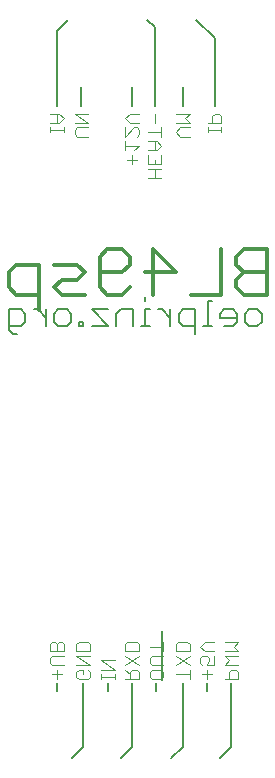
<source format=gbr>
G04 EAGLE Gerber RS-274X export*
G75*
%MOMM*%
%FSLAX34Y34*%
%LPD*%
%INSilkscreen Bottom*%
%IPPOS*%
%AMOC8*
5,1,8,0,0,1.08239X$1,22.5*%
G01*
%ADD10C,0.330200*%
%ADD11C,0.101600*%
%ADD12C,0.177800*%
%ADD13C,0.127000*%
%ADD14C,0.203200*%


D10*
X237945Y420751D02*
X237945Y459392D01*
X218624Y459392D01*
X212184Y452952D01*
X212184Y446512D01*
X218624Y440072D01*
X212184Y433631D01*
X212184Y427191D01*
X218624Y420751D01*
X237945Y420751D01*
X237945Y440072D02*
X218624Y440072D01*
X199354Y459392D02*
X199354Y420751D01*
X173594Y420751D01*
X141444Y420751D02*
X141444Y459392D01*
X160764Y440072D01*
X135004Y440072D01*
X122174Y427191D02*
X115734Y420751D01*
X102854Y420751D01*
X96413Y427191D01*
X96413Y452952D01*
X102854Y459392D01*
X115734Y459392D01*
X122174Y452952D01*
X122174Y446512D01*
X115734Y440072D01*
X96413Y440072D01*
X83584Y420751D02*
X64263Y420751D01*
X57823Y427191D01*
X64263Y433631D01*
X77144Y433631D01*
X83584Y440072D01*
X77144Y446512D01*
X57823Y446512D01*
X44994Y446512D02*
X44994Y407871D01*
X44994Y446512D02*
X25673Y446512D01*
X19233Y440072D01*
X19233Y427191D01*
X25673Y420751D01*
X44994Y420751D01*
D11*
X54483Y558868D02*
X54483Y562766D01*
X54483Y560817D02*
X66177Y560817D01*
X66177Y558868D02*
X66177Y562766D01*
X62279Y566664D02*
X54483Y566664D01*
X62279Y566664D02*
X66177Y570562D01*
X62279Y574460D01*
X54483Y574460D01*
X60330Y574460D02*
X60330Y566664D01*
X123830Y539378D02*
X123830Y531582D01*
X127728Y535480D02*
X119932Y535480D01*
X125779Y543276D02*
X129677Y547174D01*
X117983Y547174D01*
X117983Y543276D02*
X117983Y551072D01*
X117983Y554970D02*
X117983Y562766D01*
X117983Y554970D02*
X125779Y562766D01*
X127728Y562766D01*
X129677Y560817D01*
X129677Y556919D01*
X127728Y554970D01*
X129677Y566664D02*
X121881Y566664D01*
X117983Y570562D01*
X121881Y574460D01*
X129677Y574460D01*
X187833Y562766D02*
X187833Y558868D01*
X187833Y560817D02*
X199527Y560817D01*
X199527Y558868D02*
X199527Y562766D01*
X199527Y566664D02*
X187833Y566664D01*
X199527Y566664D02*
X199527Y572511D01*
X197578Y574460D01*
X193680Y574460D01*
X191731Y572511D01*
X191731Y566664D01*
X86814Y554970D02*
X77069Y554970D01*
X75121Y556919D01*
X75121Y560817D01*
X77069Y562766D01*
X86814Y562766D01*
X86814Y566664D02*
X75121Y566664D01*
X75121Y574460D02*
X86814Y566664D01*
X86814Y574460D02*
X75121Y574460D01*
X137033Y519888D02*
X148727Y519888D01*
X142880Y519888D02*
X142880Y527684D01*
X148727Y527684D02*
X137033Y527684D01*
X148727Y531582D02*
X148727Y539378D01*
X148727Y531582D02*
X137033Y531582D01*
X137033Y539378D01*
X142880Y535480D02*
X142880Y531582D01*
X144829Y543276D02*
X137033Y543276D01*
X144829Y543276D02*
X148727Y547174D01*
X144829Y551072D01*
X137033Y551072D01*
X142880Y551072D02*
X142880Y543276D01*
X137033Y558868D02*
X148727Y558868D01*
X148727Y554970D02*
X148727Y562766D01*
X142880Y566664D02*
X142880Y574460D01*
X164743Y554970D02*
X172539Y554970D01*
X164743Y554970D02*
X160846Y558868D01*
X164743Y562766D01*
X172539Y562766D01*
X172539Y566664D02*
X160846Y566664D01*
X168641Y570562D02*
X172539Y566664D01*
X168641Y570562D02*
X172539Y574460D01*
X160846Y574460D01*
D12*
X222894Y394589D02*
X229928Y394589D01*
X222894Y394589D02*
X219378Y398106D01*
X219378Y405139D01*
X222894Y408656D01*
X229928Y408656D01*
X233444Y405139D01*
X233444Y398106D01*
X229928Y394589D01*
X208878Y394589D02*
X201845Y394589D01*
X208878Y394589D02*
X212395Y398106D01*
X212395Y405139D01*
X208878Y408656D01*
X201845Y408656D01*
X198328Y405139D01*
X198328Y401622D01*
X212395Y401622D01*
X191346Y415689D02*
X187829Y415689D01*
X187829Y394589D01*
X184313Y394589D02*
X191346Y394589D01*
X177313Y387556D02*
X177313Y408656D01*
X166763Y408656D01*
X163246Y405139D01*
X163246Y398106D01*
X166763Y394589D01*
X177313Y394589D01*
X156264Y394589D02*
X156264Y408656D01*
X149231Y408656D02*
X156264Y401622D01*
X149231Y408656D02*
X145714Y408656D01*
X138723Y408656D02*
X135206Y408656D01*
X135206Y394589D01*
X131690Y394589D02*
X138723Y394589D01*
X135206Y415689D02*
X135206Y419206D01*
X124690Y408656D02*
X124690Y394589D01*
X124690Y408656D02*
X114140Y408656D01*
X110623Y405139D01*
X110623Y394589D01*
X103641Y408656D02*
X89574Y408656D01*
X103641Y394589D01*
X89574Y394589D01*
X82592Y394589D02*
X82592Y398106D01*
X79075Y398106D01*
X79075Y394589D01*
X82592Y394589D01*
X68551Y394589D02*
X61517Y394589D01*
X58001Y398106D01*
X58001Y405139D01*
X61517Y408656D01*
X68551Y408656D01*
X72067Y405139D01*
X72067Y398106D01*
X68551Y394589D01*
X51018Y394589D02*
X51018Y408656D01*
X43985Y408656D02*
X51018Y401622D01*
X43985Y408656D02*
X40468Y408656D01*
X26444Y387556D02*
X22927Y387556D01*
X19410Y391072D01*
X19410Y408656D01*
X29960Y408656D01*
X33477Y405139D01*
X33477Y398106D01*
X29960Y394589D01*
X19410Y394589D01*
D11*
X160846Y99656D02*
X172539Y99656D01*
X172539Y95758D02*
X172539Y103554D01*
X172539Y107452D02*
X160846Y115248D01*
X160846Y107452D02*
X172539Y115248D01*
X172539Y119146D02*
X160846Y119146D01*
X160846Y124993D01*
X162794Y126942D01*
X170590Y126942D01*
X172539Y124993D01*
X172539Y119146D01*
X129677Y95758D02*
X117983Y95758D01*
X129677Y95758D02*
X129677Y101605D01*
X127728Y103554D01*
X123830Y103554D01*
X121881Y101605D01*
X121881Y95758D01*
X121881Y99656D02*
X117983Y103554D01*
X117983Y115248D02*
X129677Y107452D01*
X129677Y115248D02*
X117983Y107452D01*
X117983Y119146D02*
X129677Y119146D01*
X117983Y119146D02*
X117983Y124993D01*
X119932Y126942D01*
X127728Y126942D01*
X129677Y124993D01*
X129677Y119146D01*
X88402Y101605D02*
X86453Y103554D01*
X88402Y101605D02*
X88402Y97707D01*
X86453Y95758D01*
X78657Y95758D01*
X76708Y97707D01*
X76708Y101605D01*
X78657Y103554D01*
X82555Y103554D01*
X82555Y99656D01*
X76708Y107452D02*
X88402Y107452D01*
X76708Y115248D01*
X88402Y115248D01*
X88402Y119146D02*
X76708Y119146D01*
X76708Y124993D01*
X78657Y126942D01*
X86453Y126942D01*
X88402Y124993D01*
X88402Y119146D01*
X150314Y101605D02*
X150314Y97707D01*
X148365Y95758D01*
X140569Y95758D01*
X138621Y97707D01*
X138621Y101605D01*
X140569Y103554D01*
X148365Y103554D01*
X150314Y101605D01*
X150314Y107452D02*
X140569Y107452D01*
X138621Y109401D01*
X138621Y113299D01*
X140569Y115248D01*
X150314Y115248D01*
X150314Y123044D02*
X138621Y123044D01*
X150314Y119146D02*
X150314Y126942D01*
X97346Y99656D02*
X97346Y95758D01*
X97346Y97707D02*
X109039Y97707D01*
X109039Y95758D02*
X109039Y99656D01*
X109039Y103554D02*
X97346Y103554D01*
X97346Y111350D02*
X109039Y103554D01*
X109039Y111350D02*
X97346Y111350D01*
X60330Y103554D02*
X60330Y95758D01*
X64228Y99656D02*
X56432Y99656D01*
X56432Y107452D02*
X66177Y107452D01*
X56432Y107452D02*
X54483Y109401D01*
X54483Y113299D01*
X56432Y115248D01*
X66177Y115248D01*
X66177Y119146D02*
X54483Y119146D01*
X66177Y119146D02*
X66177Y124993D01*
X64228Y126942D01*
X62279Y126942D01*
X60330Y124993D01*
X58381Y126942D01*
X56432Y126942D01*
X54483Y124993D01*
X54483Y119146D01*
X60330Y119146D02*
X60330Y124993D01*
D13*
X149225Y136525D02*
X149225Y95250D01*
D11*
X187330Y95758D02*
X187330Y103554D01*
X191228Y99656D02*
X183432Y99656D01*
X193177Y107452D02*
X193177Y115248D01*
X193177Y107452D02*
X187330Y107452D01*
X189279Y111350D01*
X189279Y113299D01*
X187330Y115248D01*
X183432Y115248D01*
X181483Y113299D01*
X181483Y109401D01*
X183432Y107452D01*
X185381Y119146D02*
X193177Y119146D01*
X185381Y119146D02*
X181483Y123044D01*
X185381Y126942D01*
X193177Y126942D01*
D14*
X82550Y92075D02*
X82550Y38100D01*
X73025Y28575D01*
X60325Y85725D02*
X60325Y92075D01*
X103188Y92075D02*
X103188Y85725D01*
X123825Y92075D02*
X123825Y38100D01*
X114300Y28575D01*
X144463Y85725D02*
X144463Y92075D01*
X166688Y92075D02*
X166688Y38100D01*
X157163Y28575D01*
X187325Y85725D02*
X187325Y92075D01*
X60325Y581025D02*
X60325Y644525D01*
X69850Y654050D01*
X123825Y596900D02*
X123825Y581025D01*
X142875Y581025D02*
X142875Y647700D01*
X136525Y654050D01*
X193675Y638175D02*
X193675Y581025D01*
X193675Y638175D02*
X177800Y654050D01*
X80963Y596900D02*
X80963Y581025D01*
X166688Y581025D02*
X166688Y596900D01*
D11*
X202121Y95758D02*
X213814Y95758D01*
X213814Y101605D01*
X211865Y103554D01*
X207967Y103554D01*
X206018Y101605D01*
X206018Y95758D01*
X202121Y107452D02*
X213814Y107452D01*
X206018Y111350D02*
X202121Y107452D01*
X206018Y111350D02*
X202121Y115248D01*
X213814Y115248D01*
X213814Y119146D02*
X202121Y119146D01*
X209916Y123044D02*
X213814Y119146D01*
X209916Y123044D02*
X213814Y126942D01*
X202121Y126942D01*
D14*
X207963Y38100D02*
X198438Y28575D01*
X207963Y38100D02*
X207963Y92075D01*
M02*

</source>
